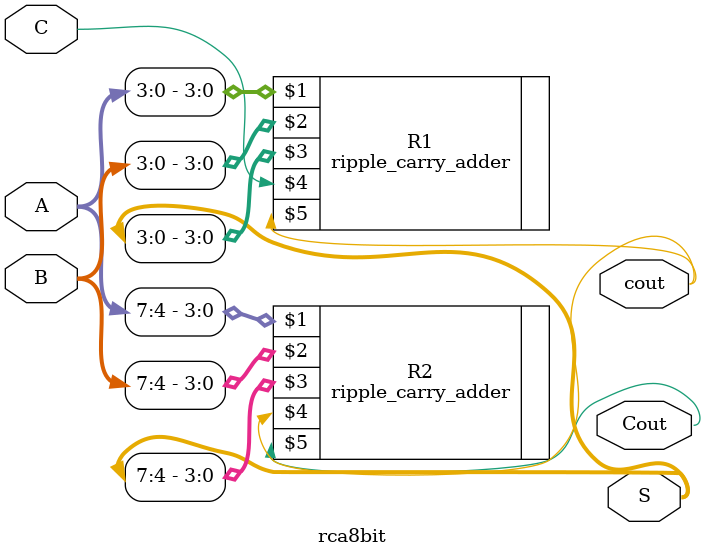
<source format=v>
`timescale 1ns / 1ps


module rca8bit(A,B,C,S,Cout,cout);
input [7:0] A,B;
input C;
output [7:0] S;
output Cout;
output cout;

ripple_carry_adder R1(A[3:0],B[3:0],S[3:0],C,cout);
ripple_carry_adder R2(A[7:4],B[7:4],S[7:4],cout,Cout);

endmodule

</source>
